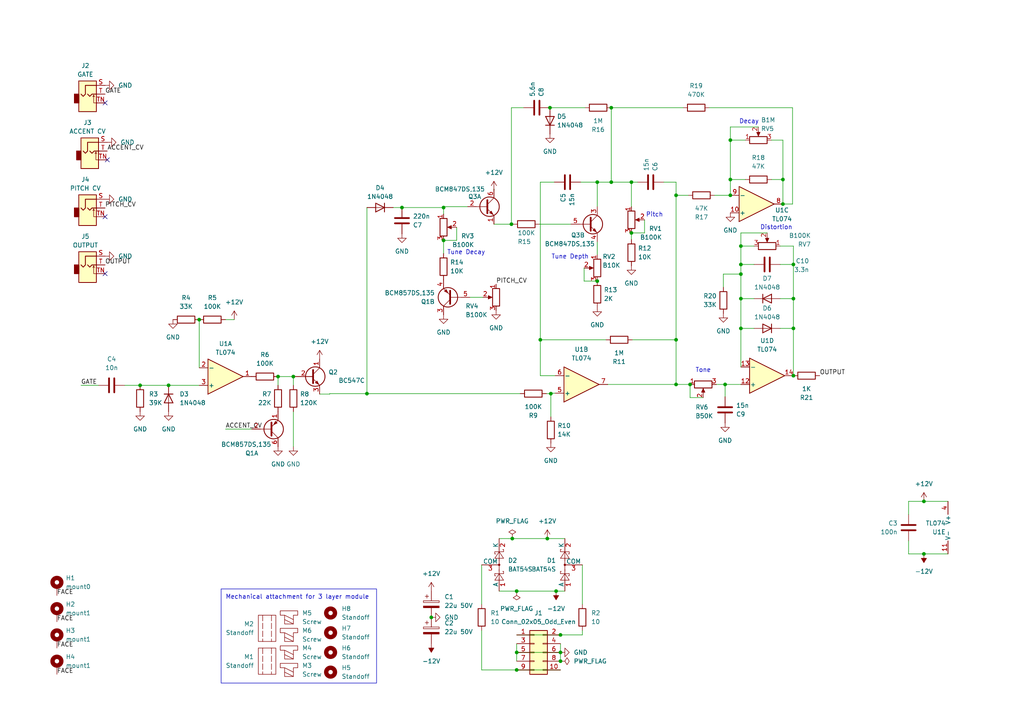
<source format=kicad_sch>
(kicad_sch (version 20230121) (generator eeschema)
  (paper "A4")
  (lib_symbols
    (symbol "Amplifier_Operational:TL074" (pin_names (offset 0.127))
      (property "Reference" "U" (at 0 5.08 0))
      (property "Value" "TL074" (at 0 -5.08 0))
      (symbol "TL074_1_1"
        (polyline (pts (xy -5.08 5.08) (xy 5.08 0) (xy -5.08 -5.08) (xy -5.08 5.08)) (stroke (width 0.254)) (fill (type background)))
        (pin output line (at 7.62 0 180) (length 2.54) (name "~") (number "1"))
        (pin input line (at -7.62 -2.54 0) (length 2.54) (name "-") (number "2"))
        (pin input line (at -7.62 2.54 0) (length 2.54) (name "+") (number "3"))
      )
      (symbol "TL074_2_1"
        (polyline (pts (xy -5.08 5.08) (xy 5.08 0) (xy -5.08 -5.08) (xy -5.08 5.08)) (stroke (width 0.254)) (fill (type background)))
        (pin input line (at -7.62 2.54 0) (length 2.54) (name "+") (number "5"))
        (pin input line (at -7.62 -2.54 0) (length 2.54) (name "-") (number "6"))
        (pin output line (at 7.62 0 180) (length 2.54) (name "~") (number "7"))
      )
      (symbol "TL074_3_1"
        (polyline (pts (xy -5.08 5.08) (xy 5.08 0) (xy -5.08 -5.08) (xy -5.08 5.08)) (stroke (width 0.254)) (fill (type background)))
        (pin input line (at -7.62 2.54 0) (length 2.54) (name "+") (number "10"))
        (pin output line (at 7.62 0 180) (length 2.54) (name "~") (number "8"))
        (pin input line (at -7.62 -2.54 0) (length 2.54) (name "-") (number "9"))
      )
      (symbol "TL074_4_1"
        (polyline (pts (xy -5.08 5.08) (xy 5.08 0) (xy -5.08 -5.08) (xy -5.08 5.08)) (stroke (width 0.254)) (fill (type background)))
        (pin input line (at -7.62 2.54 0) (length 2.54) (name "+") (number "12"))
        (pin input line (at -7.62 -2.54 0) (length 2.54) (name "-") (number "13"))
        (pin output line (at 7.62 0 180) (length 2.54) (name "~") (number "14"))
      )
      (symbol "TL074_5_1"
        (pin power_in line (at -2.54 -7.62 90) (length 3.81) (name "V-") (number "11"))
        (pin power_in line (at -2.54 7.62 270) (length 3.81) (name "V+") (number "4"))
      )
    )
    (symbol "Device:C" (pin_numbers hide) (pin_names (offset 0.254))
      (property "Reference" "C" (at 0.635 2.54 0))
      (property "Value" "C" (at 0.635 -2.54 0))
      (symbol "C_0_1"
        (polyline (pts (xy -2.032 -0.762) (xy 2.032 -0.762)) (stroke (width 0.508)))
        (polyline (pts (xy -2.032 0.762) (xy 2.032 0.762)) (stroke (width 0.508)))
      )
      (symbol "C_1_1"
        (pin passive line (at 0 3.81 270) (length 2.794) (name "~") (number "1"))
        (pin passive line (at 0 -3.81 90) (length 2.794) (name "~") (number "2"))
      )
    )
    (symbol "Device:C_Polarized" (pin_numbers hide) (pin_names (offset 0.254))
      (property "Reference" "C" (at 0.635 2.54 0))
      (property "Value" "C_Polarized" (at 0.635 -2.54 0))
      (symbol "C_Polarized_0_1"
        (rectangle (start -2.286 0.508) (end 2.286 1.016))
        (polyline (pts (xy -1.778 2.286) (xy -0.762 2.286)))
        (polyline (pts (xy -1.27 2.794) (xy -1.27 1.778)))
        (rectangle (start 2.286 -0.508) (end -2.286 -1.016) (fill (type outline)))
      )
      (symbol "C_Polarized_1_1"
        (pin passive line (at 0 3.81 270) (length 2.794) (name "~") (number "1"))
        (pin passive line (at 0 -3.81 90) (length 2.794) (name "~") (number "2"))
      )
    )
    (symbol "Device:D" (pin_numbers hide) (pin_names (offset 1.016) hide)
      (property "Reference" "D" (at 0 2.54 0))
      (property "Value" "D" (at 0 -2.54 0))
      (symbol "D_0_1"
        (polyline (pts (xy -1.27 1.27) (xy -1.27 -1.27)) (stroke (width 0.254)))
        (polyline (pts (xy 1.27 0) (xy -1.27 0)))
        (polyline (pts (xy 1.27 1.27) (xy 1.27 -1.27) (xy -1.27 0) (xy 1.27 1.27)) (stroke (width 0.254)))
      )
      (symbol "D_1_1"
        (pin passive line (at -3.81 0 0) (length 2.54) (name "K") (number "1"))
        (pin passive line (at 3.81 0 180) (length 2.54) (name "A") (number "2"))
      )
    )
    (symbol "Device:Q_Dual_NPN_NPN_E1B1C2E2B2C1" (pin_names (offset 0) hide)
      (property "Reference" "Q" (at 5.08 1.27 0))
      (property "Value" "Q_Dual_NPN_NPN_E1B1C2E2B2C1" (at 5.08 -1.27 0))
      (symbol "Q_Dual_NPN_NPN_E1B1C2E2B2C1_0_1"
        (polyline (pts (xy 0.635 0) (xy -2.54 0)))
        (polyline (pts (xy 0.635 0.635) (xy 2.54 2.54)))
        (polyline (pts (xy 0.635 -0.635) (xy 2.54 -2.54) (xy 2.54 -2.54)))
        (polyline (pts (xy 0.635 1.905) (xy 0.635 -1.905) (xy 0.635 -1.905)) (stroke (width 0.508)))
        (polyline (pts (xy 1.27 -1.778) (xy 1.778 -1.27) (xy 2.286 -2.286) (xy 1.27 -1.778) (xy 1.27 -1.778)) (fill (type outline)))
        (circle (center 1.27 0) (radius 2.8194) (stroke (width 0.254)))
      )
      (symbol "Q_Dual_NPN_NPN_E1B1C2E2B2C1_1_1"
        (pin passive line (at 2.54 -5.08 90) (length 2.54) (name "E1") (number "1"))
        (pin input line (at -5.08 0 0) (length 2.54) (name "B1") (number "2"))
        (pin passive line (at 2.54 5.08 270) (length 2.54) (name "C1") (number "6"))
      )
      (symbol "Q_Dual_NPN_NPN_E1B1C2E2B2C1_2_1"
        (pin passive line (at 2.54 5.08 270) (length 2.54) (name "C2") (number "3"))
        (pin passive line (at 2.54 -5.08 90) (length 2.54) (name "E2") (number "4"))
        (pin input line (at -5.08 0 0) (length 2.54) (name "B2") (number "5"))
      )
    )
    (symbol "Device:Q_Dual_PNP_PNP_E1B1C2E2B2C1" (pin_names (offset 0) hide)
      (property "Reference" "Q" (at 5.08 1.27 0))
      (property "Value" "Q_Dual_PNP_PNP_E1B1C2E2B2C1" (at 5.08 -1.27 0))
      (symbol "Q_Dual_PNP_PNP_E1B1C2E2B2C1_0_1"
        (polyline (pts (xy 0.635 0) (xy -2.54 0)))
        (polyline (pts (xy 0.635 0.635) (xy 2.54 2.54)))
        (polyline (pts (xy 0.635 -0.635) (xy 2.54 -2.54) (xy 2.54 -2.54)))
        (polyline (pts (xy 0.635 1.905) (xy 0.635 -1.905) (xy 0.635 -1.905)) (stroke (width 0.508)))
        (polyline (pts (xy 2.286 -1.778) (xy 1.778 -2.286) (xy 1.27 -1.27) (xy 2.286 -1.778) (xy 2.286 -1.778)) (fill (type outline)))
        (circle (center 1.27 0) (radius 2.8194) (stroke (width 0.254)))
      )
      (symbol "Q_Dual_PNP_PNP_E1B1C2E2B2C1_1_1"
        (pin passive line (at 2.54 -5.08 90) (length 2.54) (name "E1") (number "1"))
        (pin input line (at -5.08 0 0) (length 2.54) (name "B1") (number "2"))
        (pin passive line (at 2.54 5.08 270) (length 2.54) (name "C1") (number "6"))
      )
      (symbol "Q_Dual_PNP_PNP_E1B1C2E2B2C1_2_1"
        (pin passive line (at 2.54 5.08 270) (length 2.54) (name "C2") (number "3"))
        (pin passive line (at 2.54 -5.08 90) (length 2.54) (name "E2") (number "4"))
        (pin input line (at -5.08 0 0) (length 2.54) (name "B2") (number "5"))
      )
    )
    (symbol "Device:Q_NPN_CBE" (pin_names (offset 0) hide)
      (property "Reference" "Q" (at 5.08 1.27 0))
      (property "Value" "Q_NPN_CBE" (at 5.08 -1.27 0))
      (symbol "Q_NPN_CBE_0_1"
        (polyline (pts (xy 0.635 0.635) (xy 2.54 2.54)))
        (polyline (pts (xy 0.635 -0.635) (xy 2.54 -2.54) (xy 2.54 -2.54)))
        (polyline (pts (xy 0.635 1.905) (xy 0.635 -1.905) (xy 0.635 -1.905)) (stroke (width 0.508)))
        (polyline (pts (xy 1.27 -1.778) (xy 1.778 -1.27) (xy 2.286 -2.286) (xy 1.27 -1.778) (xy 1.27 -1.778)) (fill (type outline)))
        (circle (center 1.27 0) (radius 2.8194) (stroke (width 0.254)))
      )
      (symbol "Q_NPN_CBE_1_1"
        (pin passive line (at 2.54 5.08 270) (length 2.54) (name "C") (number "1"))
        (pin input line (at -5.08 0 0) (length 5.715) (name "B") (number "2"))
        (pin passive line (at 2.54 -5.08 90) (length 2.54) (name "E") (number "3"))
      )
    )
    (symbol "Device:R" (pin_numbers hide) (pin_names (offset 0))
      (property "Reference" "R" (at 2.032 0 90))
      (property "Value" "R" (at 0 0 90))
      (symbol "R_0_1"
        (rectangle (start -1.016 -2.54) (end 1.016 2.54) (stroke (width 0.254)))
      )
      (symbol "R_1_1"
        (pin passive line (at 0 3.81 270) (length 1.27) (name "~") (number "1"))
        (pin passive line (at 0 -3.81 90) (length 1.27) (name "~") (number "2"))
      )
    )
    (symbol "Device:R_Potentiometer" (pin_names (offset 1.016) hide)
      (property "Reference" "RV" (at -4.445 0 90))
      (property "Value" "R_Potentiometer" (at -2.54 0 90))
      (symbol "R_Potentiometer_0_1"
        (polyline (pts (xy 2.54 0) (xy 1.524 0)))
        (polyline (pts (xy 1.143 0) (xy 2.286 0.508) (xy 2.286 -0.508) (xy 1.143 0)) (fill (type outline)))
        (rectangle (start 1.016 2.54) (end -1.016 -2.54) (stroke (width 0.254)))
      )
      (symbol "R_Potentiometer_1_1"
        (pin passive line (at 0 3.81 270) (length 1.27) (name "1") (number "1"))
        (pin passive line (at 3.81 0 180) (length 1.27) (name "2") (number "2"))
        (pin passive line (at 0 -3.81 90) (length 1.27) (name "3") (number "3"))
      )
    )
    (symbol "Eurorack:AudioJack2_SwitchT"
      (property "Reference" "J" (at 0 8.89 0))
      (property "Value" "AudioJack2_SwitchT" (at 0 6.35 0))
      (symbol "AudioJack2_SwitchT_0_1"
        (rectangle (start -2.54 0) (end -3.81 -2.54) (stroke (width 0.254)) (fill (type outline)))
        (rectangle (start -2.54 3.81) (end 2.54 -5.08) (stroke (width 0.254)) (fill (type background)))
        (polyline (pts (xy 1.778 -0.254) (xy 2.032 -0.762)))
        (polyline (pts (xy 0 0) (xy 0.635 -0.635) (xy 1.27 0) (xy 2.54 0)) (stroke (width 0.254)))
        (polyline (pts (xy 2.54 -2.54) (xy 1.778 -2.54) (xy 1.778 -0.254) (xy 1.524 -0.762)))
        (polyline (pts (xy 2.54 2.54) (xy -0.635 2.54) (xy -0.635 0) (xy -1.27 -0.635) (xy -1.905 0)) (stroke (width 0.254)))
      )
      (symbol "AudioJack2_SwitchT_1_1"
        (pin passive line (at 5.08 2.54 180) (length 2.54) (name "~") (number "S"))
        (pin passive line (at 5.08 0 180) (length 2.54) (name "~") (number "T"))
        (pin passive line (at 5.08 -2.54 180) (length 2.54) (name "~") (number "TN"))
      )
    )
    (symbol "Eurorack:BAT54S" (pin_names (offset 0))
      (property "Reference" "D" (at 2.54 -5.08 0))
      (property "Value" "BAT54S" (at -6.35 3.175 0))
      (symbol "BAT54S_0_1"
        (polyline (pts (xy -3.81 0) (xy -1.27 0)))
        (polyline (pts (xy -3.175 -1.27) (xy -3.175 -1.016)))
        (polyline (pts (xy -2.54 -1.27) (xy -3.175 -1.27)))
        (polyline (pts (xy -2.54 -1.27) (xy -2.54 1.27)))
        (polyline (pts (xy -2.54 1.27) (xy -1.905 1.27)))
        (polyline (pts (xy -1.905 0) (xy 1.905 0)))
        (polyline (pts (xy -1.905 1.27) (xy -1.905 1.016)))
        (polyline (pts (xy 1.27 0) (xy 3.81 0)))
        (polyline (pts (xy 3.175 -1.27) (xy 3.175 -1.016)))
        (polyline (pts (xy 3.81 -1.27) (xy 3.175 -1.27)))
        (polyline (pts (xy 3.81 -1.27) (xy 3.81 1.27)))
        (polyline (pts (xy 3.81 1.27) (xy 4.445 1.27)))
        (polyline (pts (xy 4.445 1.27) (xy 4.445 1.016)))
        (polyline (pts (xy -4.445 1.27) (xy -4.445 -1.27) (xy -2.54 0) (xy -4.445 1.27)))
        (polyline (pts (xy 1.905 1.27) (xy 1.905 -1.27) (xy 3.81 0) (xy 1.905 1.27)))
        (circle (center 0 0) (radius 0.254) (fill (type outline)))
      )
      (symbol "BAT54S_1_1"
        (pin passive line (at -7.62 0 0) (length 3.81) (name "A") (number "1"))
        (pin passive line (at 7.62 0 180) (length 3.81) (name "K") (number "2"))
        (pin passive line (at 0 -5.08 90) (length 5.08) (name "COM") (number "3"))
      )
    )
    (symbol "Eurorack:Conn_02x05_Odd_Even" (pin_names (offset 1.016) hide)
      (property "Reference" "J" (at 1.27 7.62 0))
      (property "Value" "Conn_02x05_Odd_Even" (at 1.27 -7.62 0))
      (symbol "Conn_02x05_Odd_Even_1_1"
        (rectangle (start -1.27 -4.953) (end 0 -5.207) (stroke (width 0.1524)))
        (rectangle (start -1.27 -2.413) (end 0 -2.667) (stroke (width 0.1524)))
        (rectangle (start -1.27 0.127) (end 0 -0.127) (stroke (width 0.1524)))
        (rectangle (start -1.27 2.667) (end 0 2.413) (stroke (width 0.1524)))
        (rectangle (start -1.27 5.207) (end 0 4.953) (stroke (width 0.1524)))
        (rectangle (start -1.27 6.35) (end 3.81 -6.35) (stroke (width 0.254)) (fill (type background)))
        (rectangle (start 3.81 -4.953) (end 2.54 -5.207) (stroke (width 0.1524)))
        (rectangle (start 3.81 -2.413) (end 2.54 -2.667) (stroke (width 0.1524)))
        (rectangle (start 3.81 0.127) (end 2.54 -0.127) (stroke (width 0.1524)))
        (rectangle (start 3.81 2.667) (end 2.54 2.413) (stroke (width 0.1524)))
        (rectangle (start 3.81 5.207) (end 2.54 4.953) (stroke (width 0.1524)))
        (pin passive line (at -5.08 5.08 0) (length 3.81) (name "Pin_1") (number "1"))
        (pin passive line (at 7.62 -5.08 180) (length 3.81) (name "Pin_10") (number "10"))
        (pin passive line (at 7.62 5.08 180) (length 3.81) (name "Pin_2") (number "2"))
        (pin passive line (at -5.08 2.54 0) (length 3.81) (name "Pin_3") (number "3"))
        (pin passive line (at 7.62 2.54 180) (length 3.81) (name "Pin_4") (number "4"))
        (pin passive line (at -5.08 0 0) (length 3.81) (name "Pin_5") (number "5"))
        (pin passive line (at 7.62 0 180) (length 3.81) (name "Pin_6") (number "6"))
        (pin passive line (at -5.08 -2.54 0) (length 3.81) (name "Pin_7") (number "7"))
        (pin passive line (at 7.62 -2.54 180) (length 3.81) (name "Pin_8") (number "8"))
        (pin passive line (at -5.08 -5.08 0) (length 3.81) (name "Pin_9") (number "9"))
      )
    )
    (symbol "Eurorack:MountingHole_Pad_Output" (pin_numbers hide) (pin_names (offset 1.016) hide) (in_bom no)
      (property "Reference" "H" (at 0 6.35 0))
      (property "Value" "MountingHole_Pad_Output" (at 0 4.445 0))
      (symbol "MountingHole_Pad_Output_0_1"
        (circle (center 0 1.27) (radius 1.27) (stroke (width 1.27)))
      )
      (symbol "MountingHole_Pad_Output_1_1"
        (pin output line (at 0 -2.54 90) (length 2.54) (name "1") (number "1"))
      )
    )
    (symbol "Eurorack:Screw"
      (property "Reference" "M" (at 0 5.08 0))
      (property "Value" "Screw" (at 0 2.54 0))
      (symbol "Screw_0_1"
        (polyline (pts (xy -1.27 -1.27) (xy 1.27 -2.54)))
        (polyline (pts (xy -1.27 0) (xy 1.27 -1.27)))
        (polyline (pts (xy 0 1.27) (xy 2.54 1.27) (xy 2.54 0) (xy 1.27 0) (xy 1.27 -2.54) (xy -1.27 -2.54) (xy -1.27 0) (xy -2.54 0) (xy -2.54 1.27) (xy 0 1.27)))
      )
    )
    (symbol "Eurorack:Standoff" (on_board no)
      (property "Reference" "M" (at 0 -7.62 0))
      (property "Value" "Standoff" (at 0 -5.08 0))
      (symbol "Standoff_0_1"
        (rectangle (start -2.54 3.81) (end 2.54 -3.81))
      )
      (symbol "Standoff_1_1"
        (polyline (pts (xy -1.27 3.81) (xy -1.27 -3.81)) (stroke (width 0) (type dash)))
        (polyline (pts (xy 1.27 3.81) (xy 1.27 -3.81)) (stroke (width 0) (type dash)))
      )
    )
    (symbol "Mechanical:MountingHole" (pin_names (offset 1.016))
      (property "Reference" "H" (at 0 5.08 0))
      (property "Value" "MountingHole" (at 0 3.175 0))
      (symbol "MountingHole_0_1"
        (circle (center 0 0) (radius 1.27) (stroke (width 1.27)))
      )
    )
    (symbol "Mechanical:MountingHole_Pad" (pin_numbers hide) (pin_names (offset 1.016) hide)
      (property "Reference" "H" (at 0 6.35 0))
      (property "Value" "MountingHole_Pad" (at 0 4.445 0))
      (symbol "MountingHole_Pad_0_1"
        (circle (center 0 1.27) (radius 1.27) (stroke (width 1.27)))
      )
      (symbol "MountingHole_Pad_1_1"
        (pin input line (at 0 -2.54 90) (length 2.54) (name "1") (number "1"))
      )
    )
    (symbol "power:+12V" (power) (pin_names (offset 0))
      (property "Value" "+12V" (at 0 3.556 0))
      (symbol "+12V_0_1"
        (polyline (pts (xy -0.762 1.27) (xy 0 2.54)))
        (polyline (pts (xy 0 0) (xy 0 2.54)))
        (polyline (pts (xy 0 2.54) (xy 0.762 1.27)))
      )
      (symbol "+12V_1_1"
        (pin power_in line (at 0 0 90) (length 0) hide (name "+12V") (number "1"))
      )
    )
    (symbol "power:-12V" (power) (pin_names (offset 0))
      (property "Value" "-12V" (at 0 3.81 0))
      (symbol "-12V_0_0"
        (pin power_in line (at 0 0 90) (length 0) hide (name "-12V") (number "1"))
      )
      (symbol "-12V_0_1"
        (polyline (pts (xy 0 0) (xy 0 1.27) (xy 0.762 1.27) (xy 0 2.54) (xy -0.762 1.27) (xy 0 1.27)) (fill (type outline)))
      )
    )
    (symbol "power:GND" (power) (pin_names (offset 0))
      (property "Value" "GND" (at 0 -3.81 0))
      (symbol "GND_0_1"
        (polyline (pts (xy 0 0) (xy 0 -1.27) (xy 1.27 -1.27) (xy 0 -2.54) (xy -1.27 -1.27) (xy 0 -1.27)))
      )
      (symbol "GND_1_1"
        (pin power_in line (at 0 0 270) (length 0) hide (name "GND") (number "1"))
      )
    )
    (symbol "power:PWR_FLAG" (power) (pin_numbers hide) (pin_names (offset 0) hide)
      (property "Value" "PWR_FLAG" (at 0 3.81 0))
      (symbol "PWR_FLAG_0_0"
        (pin power_out line (at 0 0 90) (length 0) (name "pwr") (number "1"))
      )
      (symbol "PWR_FLAG_0_1"
        (polyline (pts (xy 0 0) (xy 0 1.27) (xy -1.016 1.905) (xy 0 2.54) (xy 1.016 1.905) (xy 0 1.27)))
      )
    )
  )
  (junction (at 214.884 95.25))
  (junction (at 149.86 171.45))
  (junction (at 159.766 114.173))
  (junction (at 230.124 76.708))
  (junction (at 177.292 52.832))
  (junction (at 267.97 160.655))
  (junction (at 211.836 56.642))
  (junction (at 148.336 65.024))
  (junction (at 227.076 52.07))
  (junction (at 128.651 60.198))
  (junction (at 173.228 81.534))
  (junction (at 149.86 194.31))
  (junction (at 148.59 156.21))
  (junction (at 159.512 31.242))
  (junction (at 230.124 86.614))
  (junction (at 196.088 56.642))
  (junction (at 214.884 71.374))
  (junction (at 80.645 109.22))
  (junction (at 214.884 76.708))
  (junction (at 162.56 191.77))
  (junction (at 149.86 189.23))
  (junction (at 161.29 171.45))
  (junction (at 125.095 179.07))
  (junction (at 214.884 86.614))
  (junction (at 183.134 67.564))
  (junction (at 227.076 59.182))
  (junction (at 48.895 111.76))
  (junction (at 196.088 111.506))
  (junction (at 177.292 31.242))
  (junction (at 267.97 145.415))
  (junction (at 196.088 98.552))
  (junction (at 128.651 69.723))
  (junction (at 116.586 60.198))
  (junction (at 211.836 52.07))
  (junction (at 230.124 108.966))
  (junction (at 211.836 40.64))
  (junction (at 214.884 79.502))
  (junction (at 200.152 111.506))
  (junction (at 158.75 156.21))
  (junction (at 57.785 92.71))
  (junction (at 173.228 52.832))
  (junction (at 85.09 109.22))
  (junction (at 230.124 95.25))
  (junction (at 156.718 98.552))
  (junction (at 162.56 184.15))
  (junction (at 183.134 52.832))
  (junction (at 106.426 114.173))
  (junction (at 210.312 111.506))
  (junction (at 40.64 111.76))
  (junction (at 162.56 189.23))
  (no_connect (at 30.48 29.845))
  (no_connect (at 30.48 79.375))
  (no_connect (at 30.48 62.865))
  (no_connect (at 31.115 46.355))
  (wire (pts (xy 114.046 60.198) (xy 116.586 60.198)))
  (wire (pts (xy 156.718 98.552) (xy 175.768 98.552)))
  (wire (pts (xy 144.78 156.21) (xy 148.59 156.21)))
  (wire (pts (xy 223.774 52.07) (xy 227.076 52.07)))
  (wire (pts (xy 67.945 92.71) (xy 65.405 92.71)))
  (wire (pts (xy 85.09 129.54) (xy 85.09 119.38)))
  (wire (pts (xy 168.402 52.832) (xy 173.228 52.832)))
  (wire (pts (xy 196.088 52.832) (xy 196.088 56.642)))
  (wire (pts (xy 183.134 69.469) (xy 183.134 67.564)))
  (wire (pts (xy 173.228 70.104) (xy 173.228 73.914)))
  (wire (pts (xy 156.718 52.832) (xy 156.718 98.552)))
  (wire (pts (xy 148.59 156.21) (xy 158.75 156.21)))
  (wire (pts (xy 177.292 52.832) (xy 183.134 52.832)))
  (wire (pts (xy 227.076 40.64) (xy 227.076 52.07)))
  (wire (pts (xy 40.64 111.76) (xy 48.895 111.76)))
  (wire (pts (xy 168.91 184.15) (xy 168.91 182.88)))
  (wire (pts (xy 149.86 189.23) (xy 162.56 189.23)))
  (wire (pts (xy 106.426 60.198) (xy 106.426 114.173)))
  (wire (pts (xy 173.228 52.832) (xy 177.292 52.832)))
  (wire (pts (xy 128.651 59.944) (xy 128.651 60.198)))
  (wire (pts (xy 143.256 65.024) (xy 148.336 65.024)))
  (wire (pts (xy 211.836 40.64) (xy 211.836 36.83)))
  (wire (pts (xy 144.78 171.45) (xy 149.86 171.45)))
  (wire (pts (xy 214.884 86.614) (xy 218.694 86.614)))
  (wire (pts (xy 211.836 52.07) (xy 216.154 52.07)))
  (wire (pts (xy 214.884 86.614) (xy 214.884 79.502)))
  (wire (pts (xy 156.464 65.024) (xy 165.608 65.024)))
  (wire (pts (xy 226.314 71.374) (xy 230.124 71.374)))
  (wire (pts (xy 196.088 56.642) (xy 196.088 98.552)))
  (wire (pts (xy 169.418 81.534) (xy 169.418 77.724)))
  (wire (pts (xy 149.86 186.69) (xy 149.86 189.23)))
  (wire (pts (xy 156.718 52.832) (xy 160.782 52.832)))
  (wire (pts (xy 263.525 145.415) (xy 263.525 149.225)))
  (wire (pts (xy 226.314 95.25) (xy 230.124 95.25)))
  (wire (pts (xy 158.496 114.173) (xy 159.766 114.173)))
  (wire (pts (xy 214.884 106.426) (xy 214.884 95.25)))
  (wire (pts (xy 177.292 31.242) (xy 177.292 52.832)))
  (wire (pts (xy 156.718 108.966) (xy 161.036 108.966)))
  (wire (pts (xy 183.134 52.832) (xy 183.134 59.944)))
  (wire (pts (xy 216.154 40.64) (xy 211.836 40.64)))
  (wire (pts (xy 176.276 111.506) (xy 196.088 111.506)))
  (wire (pts (xy 196.088 98.552) (xy 196.088 111.506)))
  (wire (pts (xy 65.405 124.46) (xy 73.025 124.46)))
  (wire (pts (xy 80.645 111.76) (xy 80.645 109.22)))
  (wire (pts (xy 199.644 56.642) (xy 196.088 56.642)))
  (wire (pts (xy 219.964 36.83) (xy 211.836 36.83)))
  (wire (pts (xy 159.766 114.173) (xy 159.766 120.904)))
  (wire (pts (xy 214.884 71.374) (xy 218.694 71.374)))
  (wire (pts (xy 263.525 160.655) (xy 267.97 160.655)))
  (wire (pts (xy 198.12 31.242) (xy 177.292 31.242)))
  (wire (pts (xy 95.631 114.173) (xy 106.426 114.173)))
  (wire (pts (xy 116.586 60.198) (xy 128.651 60.198)))
  (wire (pts (xy 214.884 71.374) (xy 214.884 76.708)))
  (wire (pts (xy 267.97 160.655) (xy 274.955 160.655)))
  (wire (pts (xy 183.134 67.564) (xy 186.944 67.564)))
  (wire (pts (xy 148.336 65.024) (xy 148.844 65.024)))
  (wire (pts (xy 267.97 145.415) (xy 263.525 145.415)))
  (wire (pts (xy 223.774 40.64) (xy 227.076 40.64)))
  (wire (pts (xy 263.525 156.845) (xy 263.525 160.655)))
  (wire (pts (xy 148.336 31.242) (xy 148.336 65.024)))
  (wire (pts (xy 173.228 81.534) (xy 169.418 81.534)))
  (wire (pts (xy 230.124 95.25) (xy 230.124 108.966)))
  (wire (pts (xy 210.312 115.062) (xy 210.312 111.506)))
  (wire (pts (xy 85.09 109.22) (xy 80.645 109.22)))
  (wire (pts (xy 162.56 189.23) (xy 162.56 191.77)))
  (wire (pts (xy 23.495 111.76) (xy 28.575 111.76)))
  (wire (pts (xy 209.804 79.502) (xy 214.884 79.502)))
  (wire (pts (xy 227.076 52.07) (xy 227.076 59.182)))
  (wire (pts (xy 149.86 184.15) (xy 162.56 184.15)))
  (wire (pts (xy 159.766 114.046) (xy 161.036 114.046)))
  (wire (pts (xy 186.944 67.564) (xy 186.944 63.754)))
  (wire (pts (xy 132.461 69.723) (xy 128.651 69.723)))
  (wire (pts (xy 85.09 111.76) (xy 85.09 109.22)))
  (wire (pts (xy 230.124 86.614) (xy 230.124 95.25)))
  (wire (pts (xy 95.631 114.3) (xy 92.71 114.3)))
  (wire (pts (xy 149.86 171.45) (xy 161.29 171.45)))
  (wire (pts (xy 183.388 98.552) (xy 196.088 98.552)))
  (wire (pts (xy 230.124 71.374) (xy 230.124 76.708)))
  (wire (pts (xy 226.314 76.708) (xy 230.124 76.708)))
  (wire (pts (xy 230.124 76.708) (xy 230.124 86.614)))
  (wire (pts (xy 140.081 86.233) (xy 136.271 86.233)))
  (wire (pts (xy 196.088 111.506) (xy 200.152 111.506)))
  (wire (pts (xy 162.56 186.69) (xy 162.56 189.23)))
  (wire (pts (xy 161.29 171.45) (xy 163.83 171.45)))
  (wire (pts (xy 222.504 67.564) (xy 214.884 67.564)))
  (wire (pts (xy 214.884 95.25) (xy 214.884 86.614)))
  (wire (pts (xy 229.87 31.242) (xy 229.87 59.182)))
  (wire (pts (xy 207.772 111.506) (xy 210.312 111.506)))
  (wire (pts (xy 192.532 52.832) (xy 196.088 52.832)))
  (wire (pts (xy 214.884 76.708) (xy 218.694 76.708)))
  (wire (pts (xy 207.264 56.642) (xy 211.836 56.642)))
  (wire (pts (xy 139.7 194.31) (xy 139.7 182.88)))
  (wire (pts (xy 229.87 59.182) (xy 227.076 59.182)))
  (wire (pts (xy 211.836 52.07) (xy 211.836 56.642)))
  (wire (pts (xy 209.804 83.312) (xy 209.804 79.502)))
  (wire (pts (xy 95.631 114.173) (xy 95.631 114.3)))
  (wire (pts (xy 162.56 184.15) (xy 168.91 184.15)))
  (wire (pts (xy 36.195 111.76) (xy 40.64 111.76)))
  (wire (pts (xy 149.86 194.31) (xy 139.7 194.31)))
  (wire (pts (xy 132.461 65.913) (xy 132.461 69.723)))
  (wire (pts (xy 128.651 62.103) (xy 128.651 60.198)))
  (wire (pts (xy 139.7 163.83) (xy 139.7 175.26)))
  (wire (pts (xy 211.836 40.64) (xy 211.836 52.07)))
  (wire (pts (xy 203.962 115.316) (xy 200.152 115.316)))
  (wire (pts (xy 143.256 54.864) (xy 143.256 55.118)))
  (wire (pts (xy 128.651 73.533) (xy 128.651 69.723)))
  (wire (pts (xy 159.766 114.046) (xy 159.766 114.173)))
  (wire (pts (xy 214.884 76.708) (xy 214.884 79.502)))
  (wire (pts (xy 173.228 52.832) (xy 173.228 59.944)))
  (wire (pts (xy 106.426 114.173) (xy 150.876 114.173)))
  (wire (pts (xy 159.512 31.242) (xy 169.672 31.242)))
  (wire (pts (xy 205.74 31.242) (xy 229.87 31.242)))
  (wire (pts (xy 210.312 111.506) (xy 214.884 111.506)))
  (wire (pts (xy 162.56 194.31) (xy 149.86 194.31)))
  (wire (pts (xy 151.892 31.242) (xy 148.336 31.242)))
  (wire (pts (xy 156.718 98.552) (xy 156.718 108.966)))
  (wire (pts (xy 200.152 115.316) (xy 200.152 111.506)))
  (wire (pts (xy 183.134 52.832) (xy 184.912 52.832)))
  (wire (pts (xy 149.86 189.23) (xy 149.86 191.77)))
  (wire (pts (xy 168.91 163.83) (xy 168.91 175.26)))
  (wire (pts (xy 158.75 156.21) (xy 163.83 156.21)))
  (wire (pts (xy 226.314 86.614) (xy 230.124 86.614)))
  (wire (pts (xy 57.785 92.71) (xy 57.785 106.68)))
  (wire (pts (xy 128.651 59.944) (xy 135.636 59.944)))
  (wire (pts (xy 214.884 95.25) (xy 218.694 95.25)))
  (wire (pts (xy 214.884 67.564) (xy 214.884 71.374)))
  (wire (pts (xy 274.955 145.415) (xy 267.97 145.415)))
  (wire (pts (xy 48.895 111.76) (xy 57.785 111.76)))
  (rectangle (start 64.135 170.815) (end 109.22 198.12))
  (text "Tune Decay" (at 129.667 74.041 0) (effects (font (size 1.27 1.27)) (justify left bottom)))
  (text "Tune Depth" (at 159.893 75.311 0) (effects (font (size 1.27 1.27)) (justify left bottom)))
  (text "Distortion" (at 220.472 66.802 0) (effects (font (size 1.27 1.27)) (justify left bottom)))
  (text "Mechanical attachment for 3 layer module" (at 65.405 173.99 0) (effects (font (size 1.27 1.27)) (justify left bottom)))
  (text "Pitch" (at 187.325 63.119 0) (effects (font (size 1.27 1.27)) (justify left bottom)))
  (text "Tone" (at 201.676 108.204 0) (effects (font (size 1.27 1.27)) (justify left bottom)))
  (text "Decay" (at 214.376 36.068 0) (effects (font (size 1.27 1.27)) (justify left bottom)))
  (label "GATE" (at 23.495 111.76 0))
  (label "FACE" (at 16.51 195.58 0))
  (label "ACCENT_CV" (at 31.115 43.815 0))
  (label "ACCENT_CV" (at 65.405 124.46 0))
  (label "FACE" (at 16.51 172.72 0))
  (label "FACE" (at 16.51 187.96 0))
  (label "PITCH_CV" (at 30.48 60.325 0))
  (label "OUTPUT" (at 30.48 76.835 0))
  (label "OUTPUT" (at 237.744 108.966 0))
  (label "PITCH_CV" (at 143.891 82.423 0))
  (label "GATE" (at 30.48 27.305 0))
  (label "FACE" (at 16.51 180.34 0))
  (symbol (lib_id "power:-12V") (at 161.29 171.45 180) (unit 1)
    (property "Reference" "#PWR05" (effects hide))
    (property "Value" "-12V" (at 161.29 176.53 0))
  )
  (symbol (lib_id "Device:R") (at 209.804 87.122 0) (unit 1)
    (property "Reference" "R20" (at 207.899 85.852 0) (effects (justify right)))
    (property "Value" "33K" (at 207.899 88.392 0) (effects (justify right)))
  )
  (symbol (lib_id "Device:R") (at 183.134 73.279 0) (mirror y) (unit 1)
    (property "Reference" "R12" (at 185.039 72.009 0) (effects (justify right)))
    (property "Value" "10K" (at 185.039 74.549 0) (effects (justify right)))
  )
  (symbol (lib_id "Eurorack:AudioJack2_SwitchT") (at 25.4 76.835 0) (unit 1)
    (property "Reference" "J5" (at 24.765 68.58 0))
    (property "Value" "OUTPUT" (at 24.765 71.12 0))
    (property "Vendor" "Tayda" (effects hide))
    (property "PartNum" "A-2566" (effects hide))
  )
  (symbol (lib_id "Device:D") (at 222.504 95.25 180) (unit 1)
    (property "Reference" "D6" (at 222.504 89.408 0))
    (property "Value" "1N4048" (at 222.504 91.948 0))
    (property "Sim.Device" "D" (effects hide))
    (property "Sim.Pins" "1=K 2=A" (effects hide))
  )
  (symbol (lib_id "Device:R") (at 159.766 124.714 0) (mirror y) (unit 1)
    (property "Reference" "R10" (at 161.671 123.444 0) (effects (justify right)))
    (property "Value" "14K" (at 161.671 125.984 0) (effects (justify right)))
  )
  (symbol (lib_id "Device:R") (at 80.645 115.57 0) (unit 1)
    (property "Reference" "R7" (at 78.74 114.3 0) (effects (justify right)))
    (property "Value" "22K" (at 78.74 116.84 0) (effects (justify right)))
  )
  (symbol (lib_id "Eurorack:Screw") (at 83.82 188.595 0) (unit 1) (on_board no)
    (property "Reference" "M4" (at 87.63 187.96 0) (effects (justify left)))
    (property "Value" "Screw" (at 87.63 190.5 0) (effects (justify left)))
    (property "Footprint" "Eurorack:Screw_M2.5x0.45-6mm" (effects hide))
    (property "Vendor" "Digikey" (effects hide))
    (property "PartNum" "36-29301-ND" (effects hide))
  )
  (symbol (lib_id "power:GND") (at 159.766 128.524 0) (unit 1)
    (property "Reference" "#PWR020" (effects hide))
    (property "Value" "GND" (at 159.766 133.604 0))
  )
  (symbol (lib_id "Device:C") (at 188.722 52.832 270) (unit 1)
    (property "Reference" "C6" (at 189.992 49.657 0) (effects (justify right)))
    (property "Value" "15n" (at 187.452 49.657 0) (effects (justify right)))
  )
  (symbol (lib_id "power:GND") (at 128.651 91.313 0) (unit 1)
    (property "Reference" "#PWR024" (effects hide))
    (property "Value" "GND" (at 128.651 96.393 0))
  )
  (symbol (lib_id "power:GND") (at 50.165 92.71 0) (unit 1)
    (property "Reference" "#PWR013" (effects hide))
    (property "Value" "GND" (at 50.165 97.79 0))
  )
  (symbol (lib_id "Device:R") (at 154.686 114.173 90) (mirror x) (unit 1)
    (property "Reference" "R9" (at 154.686 120.523 90))
    (property "Value" "100K" (at 154.686 117.983 90))
  )
  (symbol (lib_id "Device:R") (at 173.482 31.242 90) (mirror x) (unit 1)
    (property "Reference" "R16" (at 173.482 37.592 90))
    (property "Value" "1M" (at 173.482 35.052 90))
  )
  (symbol (lib_id "power:GND") (at 48.895 119.38 0) (unit 1)
    (property "Reference" "#PWR016" (effects hide))
    (property "Value" "GND" (at 48.895 124.46 0))
  )
  (symbol (lib_id "Device:R_Potentiometer") (at 219.964 40.64 90) (unit 1)
    (property "Reference" "RV5" (at 220.726 37.338 90) (effects (justify right)))
    (property "Value" "B1M" (at 220.726 34.798 90) (effects (justify right)))
  )
  (symbol (lib_id "power:GND") (at 31.115 41.275 90) (unit 1)
    (property "Reference" "#PWR010" (effects hide))
    (property "Value" "GND" (at 34.925 41.275 90) (effects (justify right)))
  )
  (symbol (lib_id "Device:R") (at 40.64 115.57 0) (unit 1)
    (property "Reference" "R3" (at 43.18 114.3 0) (effects (justify left)))
    (property "Value" "39K" (at 43.18 116.84 0) (effects (justify left)))
  )
  (symbol (lib_id "power:GND") (at 85.09 129.54 0) (unit 1)
    (property "Reference" "#PWR017" (effects hide))
    (property "Value" "GND" (at 85.09 134.62 0))
  )
  (symbol (lib_id "Device:C") (at 116.586 64.008 180) (unit 1)
    (property "Reference" "C7" (at 119.761 65.278 0) (effects (justify right)))
    (property "Value" "220n" (at 119.761 62.738 0) (effects (justify right)))
  )
  (symbol (lib_id "power:GND") (at 30.48 57.785 90) (unit 1)
    (property "Reference" "#PWR011" (effects hide))
    (property "Value" "GND" (at 34.29 57.785 90) (effects (justify right)))
  )
  (symbol (lib_id "Amplifier_Operational:TL074") (at 219.456 59.182 0) (mirror x) (unit 3)
    (property "Reference" "U1" (at 226.822 60.96 0))
    (property "Value" "TL074" (at 226.822 63.5 0))
    (property "Datasheet" "http://www.ti.com/lit/ds/symlink/tl071.pdf" (effects hide))
  )
  (symbol (lib_id "Device:C") (at 155.702 31.242 270) (unit 1)
    (property "Reference" "C8" (at 156.972 28.067 0) (effects (justify right)))
    (property "Value" "5.6n" (at 154.432 28.067 0) (effects (justify right)))
  )
  (symbol (lib_id "power:GND") (at 210.312 122.682 0) (unit 1)
    (property "Reference" "#PWR029" (effects hide))
    (property "Value" "GND" (at 210.312 127.762 0))
  )
  (symbol (lib_id "power:GND") (at 40.64 119.38 0) (unit 1)
    (property "Reference" "#PWR015" (effects hide))
    (property "Value" "GND" (at 40.64 124.46 0))
  )
  (symbol (lib_id "power:GND") (at 183.134 77.089 0) (unit 1)
    (property "Reference" "#PWR021" (effects hide))
    (property "Value" "GND" (at 183.134 82.169 0))
  )
  (symbol (lib_id "Device:D") (at 159.512 35.052 90) (unit 1)
    (property "Reference" "D5" (at 161.544 33.782 90) (effects (justify right)))
    (property "Value" "1N4048" (at 161.544 36.322 90) (effects (justify right)))
    (property "Sim.Device" "D" (effects hide))
    (property "Sim.Pins" "1=K 2=A" (effects hide))
  )
  (symbol (lib_id "Mechanical:MountingHole") (at 95.885 194.945 0) (unit 1) (in_bom no)
    (property "Reference" "H5" (at 99.06 193.675 0) (effects (justify left)))
    (property "Value" "Standoff" (at 99.06 196.215 0) (effects (justify left)))
    (property "Footprint" "MountingHole:MountingHole_2.7mm_M2.5" (effects hide))
  )
  (symbol (lib_id "power:GND") (at 211.836 61.722 0) (unit 1)
    (property "Reference" "#PWR028" (effects hide))
    (property "Value" "GND" (at 211.836 66.802 0))
  )
  (symbol (lib_id "Device:R") (at 128.651 77.343 0) (mirror y) (unit 1)
    (property "Reference" "R14" (at 130.556 76.073 0) (effects (justify right)))
    (property "Value" "10K" (at 130.556 78.613 0) (effects (justify right)))
  )
  (symbol (lib_id "Device:R") (at 53.975 92.71 90) (unit 1)
    (property "Reference" "R4" (at 53.975 86.36 90))
    (property "Value" "33K" (at 53.975 88.9 90))
  )
  (symbol (lib_id "Device:C") (at 210.312 118.872 180) (unit 1)
    (property "Reference" "C9" (at 213.487 120.142 0) (effects (justify right)))
    (property "Value" "15n" (at 213.487 117.602 0) (effects (justify right)))
  )
  (symbol (lib_id "Device:Q_Dual_NPN_NPN_E1B1C2E2B2C1") (at 170.688 65.024 0) (unit 2)
    (property "Reference" "Q3" (at 165.608 68.199 0) (effects (justify left)))
    (property "Value" "BCM847DS,135" (at 157.988 70.739 0) (effects (justify left)))
  )
  (symbol (lib_id "Eurorack:MountingHole_Pad_Output") (at 16.51 170.18 0) (unit 1) (in_bom no)
    (property "Reference" "H1" (at 19.05 167.64 0) (effects (justify left)))
    (property "Value" "mount0" (at 19.05 170.18 0) (effects (justify left)))
    (property "Footprint" "Eurorack:Mech-MountingHole" (effects hide))
  )
  (symbol (lib_id "power:+12V") (at 67.945 92.71 0) (unit 1)
    (property "Reference" "#PWR014" (effects hide))
    (property "Value" "+12V" (at 67.945 87.63 0))
  )
  (symbol (lib_id "Device:R") (at 201.93 31.242 90) (unit 1)
    (property "Reference" "R19" (at 201.93 24.892 90))
    (property "Value" "470K" (at 201.93 27.432 90))
  )
  (symbol (lib_id "Eurorack:BAT54S") (at 163.83 163.83 90) (unit 1)
    (property "Reference" "D1" (at 161.29 162.56 90) (effects (justify left)))
    (property "Value" "BAT54S" (at 161.29 165.1 90) (effects (justify left)))
    (property "Footprint" "Package_TO_SOT_SMD:SOT-23" (effects hide))
    (property "Datasheet" "https://www.diodes.com/assets/Datasheets/ds11005.pdf" (effects hide))
    (property "Vendor" "Mouser" (effects hide))
    (property "PartNum" "863-BAT54SLT1G" (effects hide))
  )
  (symbol (lib_id "Device:R") (at 85.09 115.57 0) (mirror y) (unit 1)
    (property "Reference" "R8" (at 86.995 114.3 0) (effects (justify right)))
    (property "Value" "120K" (at 86.995 116.84 0) (effects (justify right)))
  )
  (symbol (lib_id "Eurorack:Standoff") (at 77.47 191.77 0) (unit 1) (on_board no)
    (property "Reference" "M1" (at 73.66 190.5 0) (effects (justify right)))
    (property "Value" "Standoff" (at 73.66 193.04 0) (effects (justify right)))
    (property "Footprint" "Eurorack:Standoff_M2.5x0.45-11mm" (effects hide))
    (property "Vendor" "Digikey" (effects hide))
    (property "PartNum" "732-10549-ND" (effects hide))
  )
  (symbol (lib_id "Device:C") (at 263.525 153.035 0) (unit 1)
    (property "Reference" "C3" (at 260.35 151.765 0) (effects (justify right)))
    (property "Value" "100n" (at 260.35 154.305 0) (effects (justify right)))
  )
  (symbol (lib_id "Eurorack:AudioJack2_SwitchT") (at 25.4 60.325 0) (unit 1)
    (property "Reference" "J4" (at 24.765 52.07 0))
    (property "Value" "PITCH CV" (at 24.765 54.61 0))
    (property "Vendor" "Tayda" (effects hide))
    (property "PartNum" "A-2566" (effects hide))
  )
  (symbol (lib_id "Device:R") (at 168.91 179.07 0) (unit 1)
    (property "Reference" "R2" (at 171.45 177.8 0) (effects (justify left)))
    (property "Value" "10" (at 171.45 180.34 0) (effects (justify left)))
    (property "Footprint" "Resistor_SMD:R_0805_2012Metric" (effects hide))
  )
  (symbol (lib_id "Eurorack:Screw") (at 83.82 193.675 0) (unit 1) (on_board no)
    (property "Reference" "M3" (at 87.63 193.04 0) (effects (justify left)))
    (property "Value" "Screw" (at 87.63 195.58 0) (effects (justify left)))
    (property "Footprint" "Eurorack:Screw_M2.5x0.45-6mm" (effects hide))
    (property "Vendor" "Digikey" (effects hide))
    (property "PartNum" "36-29301-ND" (effects hide))
  )
  (symbol (lib_id "Device:D") (at 48.895 115.57 270) (unit 1)
    (property "Reference" "D3" (at 52.07 114.3 90) (effects (justify left)))
    (property "Value" "1N4048" (at 52.07 116.84 90) (effects (justify left)))
    (property "Sim.Device" "D" (effects hide))
    (property "Sim.Pins" "1=K 2=A" (effects hide))
  )
  (symbol (lib_id "Eurorack:AudioJack2_SwitchT") (at 26.035 43.815 0) (unit 1)
    (property "Reference" "J3" (at 25.4 35.56 0))
    (property "Value" "ACCENT CV" (at 25.4 38.1 0))
    (property "Vendor" "Tayda" (effects hide))
    (property "PartNum" "A-2566" (effects hide))
  )
  (symbol (lib_id "Eurorack:BAT54S") (at 144.78 163.83 270) (mirror x) (unit 1)
    (property "Reference" "D2" (at 147.32 162.56 90) (effects (justify left)))
    (property "Value" "BAT54S" (at 147.32 165.1 90) (effects (justify left)))
    (property "Footprint" "Package_TO_SOT_SMD:SOT-23" (effects hide))
    (property "Datasheet" "https://www.diodes.com/assets/Datasheets/ds11005.pdf" (effects hide))
    (property "Vendor" "Mouser" (effects hide))
    (property "PartNum" "863-BAT54SLT1G" (effects hide))
  )
  (symbol (lib_id "Mechanical:MountingHole_Pad") (at 16.51 185.42 0) (unit 1) (in_bom no)
    (property "Reference" "H3" (at 19.05 182.88 0) (effects (justify left)))
    (property "Value" "mount1" (at 19.05 185.42 0) (effects (justify left)))
    (property "Footprint" "Eurorack:Mech-MountingHole" (effects hide))
  )
  (symbol (lib_id "Eurorack:AudioJack2_SwitchT") (at 25.4 27.305 0) (unit 1)
    (property "Reference" "J2" (at 24.765 19.05 0))
    (property "Value" "GATE" (at 24.765 21.59 0))
    (property "Vendor" "Tayda" (effects hide))
    (property "PartNum" "A-2566" (effects hide))
  )
  (symbol (lib_id "power:PWR_FLAG") (at 148.59 156.21 0) (unit 1)
    (property "Reference" "#FLG03" (effects hide))
    (property "Value" "PWR_FLAG" (at 148.59 151.13 0))
  )
  (symbol (lib_id "Device:R") (at 76.835 109.22 90) (unit 1)
    (property "Reference" "R6" (at 76.835 102.87 90))
    (property "Value" "100K" (at 76.835 105.41 90))
  )
  (symbol (lib_id "power:PWR_FLAG") (at 162.56 191.77 270) (unit 1)
    (property "Reference" "#FLG01" (effects hide))
    (property "Value" "PWR_FLAG" (at 166.37 191.77 90) (effects (justify left)))
  )
  (symbol (lib_id "power:GND") (at 30.48 24.765 90) (unit 1)
    (property "Reference" "#PWR09" (effects hide))
    (property "Value" "GND" (at 34.29 24.765 90) (effects (justify right)))
  )
  (symbol (lib_id "Device:R_Potentiometer") (at 143.891 86.233 0) (mirror y) (unit 1)
    (property "Reference" "RV4" (at 135.001 88.773 0) (effects (justify right)))
    (property "Value" "B100K" (at 135.001 91.313 0) (effects (justify right)))
  )
  (symbol (lib_id "power:GND") (at 116.586 67.818 0) (unit 1)
    (property "Reference" "#PWR025" (effects hide))
    (property "Value" "GND" (at 116.586 72.898 0))
  )
  (symbol (lib_id "Mechanical:MountingHole") (at 95.885 183.515 0) (unit 1) (in_bom no)
    (property "Reference" "H7" (at 99.06 182.245 0) (effects (justify left)))
    (property "Value" "Standoff" (at 99.06 184.785 0) (effects (justify left)))
    (property "Footprint" "MountingHole:MountingHole_2.7mm_M2.5" (effects hide))
  )
  (symbol (lib_id "power:+12V") (at 92.71 104.14 0) (unit 1)
    (property "Reference" "#PWR019" (effects hide))
    (property "Value" "+12V" (at 92.71 99.06 0))
  )
  (symbol (lib_id "Device:C") (at 222.504 76.708 270) (unit 1)
    (property "Reference" "C10" (at 234.696 75.692 90) (effects (justify right)))
    (property "Value" "3.3n" (at 234.696 78.232 90) (effects (justify right)))
  )
  (symbol (lib_id "power:GND") (at 125.095 179.07 90) (unit 1)
    (property "Reference" "#PWR02" (effects hide))
    (property "Value" "GND" (at 128.905 179.07 90) (effects (justify right)))
  )
  (symbol (lib_id "power:GND") (at 80.645 129.54 0) (unit 1)
    (property "Reference" "#PWR018" (effects hide))
    (property "Value" "GND" (at 80.645 134.62 0))
  )
  (symbol (lib_id "Device:R") (at 61.595 92.71 90) (unit 1)
    (property "Reference" "R5" (at 61.595 86.36 90))
    (property "Value" "100K" (at 61.595 88.9 90))
  )
  (symbol (lib_id "Device:C") (at 164.592 52.832 90) (unit 1)
    (property "Reference" "C5" (at 163.322 56.007 0) (effects (justify right)))
    (property "Value" "15n" (at 165.862 56.007 0) (effects (justify right)))
  )
  (symbol (lib_id "Device:D") (at 110.236 60.198 180) (unit 1)
    (property "Reference" "D4" (at 110.236 54.483 0))
    (property "Value" "1N4048" (at 110.236 57.023 0))
    (property "Sim.Device" "D" (effects hide))
    (property "Sim.Pins" "1=K 2=A" (effects hide))
  )
  (symbol (lib_id "Device:Q_Dual_NPN_NPN_E1B1C2E2B2C1") (at 140.716 59.944 0) (unit 1)
    (property "Reference" "Q3" (at 135.763 57.023 0) (effects (justify left)))
    (property "Value" "BCM847DS,135" (at 126.111 54.864 0) (effects (justify left)))
  )
  (symbol (lib_id "power:PWR_FLAG") (at 149.86 171.45 180) (unit 1)
    (property "Reference" "#FLG02" (effects hide))
    (property "Value" "PWR_FLAG" (at 149.86 176.53 0))
  )
  (symbol (lib_id "Mechanical:MountingHole_Pad") (at 16.51 193.04 0) (unit 1) (in_bom no)
    (property "Reference" "H4" (at 19.05 190.5 0) (effects (justify left)))
    (property "Value" "mount1" (at 19.05 193.04 0) (effects (justify left)))
    (property "Footprint" "Eurorack:Mech-MountingHole" (effects hide))
  )
  (symbol (lib_id "Device:C_Polarized") (at 125.095 182.88 0) (unit 1)
    (property "Reference" "C2" (at 128.905 180.721 0) (effects (justify left)))
    (property "Value" "22u 50V" (at 128.905 183.261 0) (effects (justify left)))
    (property "Footprint" "Capacitor_THT:CP_Radial_D5.0mm_P2.50mm" (effects hide))
  )
  (symbol (lib_id "Eurorack:Conn_02x05_Odd_Even") (at 154.94 189.23 0) (unit 1)
    (property "Reference" "J1" (at 156.21 177.8 0))
    (property "Value" "Conn_02x05_Odd_Even" (at 156.21 180.34 0))
    (property "Footprint" "Eurorack:PinHeader_2x05_P2.54mm_Vertical" (effects hide))
    (property "Vendor" "Tayda" (effects hide))
    (property "PartNum" "A-2939" (effects hide))
  )
  (symbol (lib_id "Device:R") (at 233.934 108.966 90) (mirror x) (unit 1)
    (property "Reference" "R21" (at 233.934 115.316 90))
    (property "Value" "1K" (at 233.934 112.776 90))
  )
  (symbol (lib_id "Device:Q_Dual_PNP_PNP_E1B1C2E2B2C1") (at 131.191 86.233 180) (unit 2)
    (property "Reference" "Q1" (at 126.111 87.503 0) (effects (justify left)))
    (property "Value" "BCM857DS,135" (at 126.111 84.963 0) (effects (justify left)))
  )
  (symbol (lib_id "Mechanical:MountingHole_Pad") (at 16.51 177.8 0) (unit 1) (in_bom no)
    (property "Reference" "H2" (at 19.05 175.26 0) (effects (justify left)))
    (property "Value" "mount1" (at 19.05 177.8 0) (effects (justify left)))
    (property "Footprint" "Eurorack:Mech-MountingHole" (effects hide))
  )
  (symbol (lib_id "power:GND") (at 173.228 89.154 0) (unit 1)
    (property "Reference" "#PWR022" (effects hide))
    (property "Value" "GND" (at 173.228 94.234 0))
  )
  (symbol (lib_id "power:GND") (at 143.891 90.043 0) (unit 1)
    (property "Reference" "#PWR026" (effects hide))
    (property "Value" "GND" (at 143.891 95.123 0))
  )
  (symbol (lib_id "power:-12V") (at 125.095 186.69 180) (unit 1)
    (property "Reference" "#PWR06" (effects hide))
    (property "Value" "-12V" (at 125.095 191.77 0))
  )
  (symbol (lib_id "Device:R") (at 173.228 85.344 0) (mirror y) (unit 1)
    (property "Reference" "R13" (at 175.133 84.074 0) (effects (justify right)))
    (property "Value" "2K" (at 175.133 86.614 0) (effects (justify right)))
  )
  (symbol (lib_id "Device:C_Polarized") (at 125.095 175.26 0) (unit 1)
    (property "Reference" "C1" (at 128.905 173.101 0) (effects (justify left)))
    (property "Value" "22u 50V" (at 128.905 175.641 0) (effects (justify left)))
    (property "Footprint" "Capacitor_THT:CP_Radial_D5.0mm_P2.50mm" (effects hide))
  )
  (symbol (lib_id "Device:R_Potentiometer") (at 128.651 65.913 0) (unit 1)
    (property "Reference" "RV3" (at 137.541 68.453 0) (effects (justify right)))
    (property "Value" "B100K" (at 137.541 70.993 0) (effects (justify right)))
  )
  (symbol (lib_id "Device:D") (at 222.504 86.614 0) (unit 1)
    (property "Reference" "D7" (at 222.504 80.772 0))
    (property "Value" "1N4048" (at 222.504 83.312 0))
    (property "Sim.Device" "D" (effects hide))
    (property "Sim.Pins" "1=K 2=A" (effects hide))
  )
  (symbol (lib_id "Device:C") (at 32.385 111.76 90) (unit 1)
    (property "Reference" "C4" (at 32.385 104.14 90))
    (property "Value" "10n" (at 32.385 106.68 90))
  )
  (symbol (lib_id "power:-12V") (at 267.97 160.655 180) (unit 1)
    (property "Reference" "#PWR07" (effects hide))
    (property "Value" "-12V" (at 267.97 165.735 0))
  )
  (symbol (lib_id "Device:Q_NPN_CBE") (at 90.17 109.22 0) (unit 1)
    (property "Reference" "Q2" (at 95.25 107.95 0) (effects (justify left)))
    (property "Value" "BC547C" (at 98.171 110.363 0) (effects (justify left)))
  )
  (symbol (lib_id "power:GND") (at 209.804 90.932 0) (unit 1)
    (property "Reference" "#PWR030" (effects hide))
    (property "Value" "GND" (at 209.804 96.012 0))
  )
  (symbol (lib_id "Amplifier_Operational:TL074") (at 222.504 108.966 0) (mirror x) (unit 4)
    (property "Reference" "U1" (at 222.504 98.806 0))
    (property "Value" "TL074" (at 222.504 101.346 0))
    (property "Datasheet" "http://www.ti.com/lit/ds/symlink/tl071.pdf" (effects hide))
  )
  (symbol (lib_id "Device:R") (at 139.7 179.07 0) (unit 1)
    (property "Reference" "R1" (at 142.24 177.8 0) (effects (justify left)))
    (property "Value" "10" (at 142.24 180.34 0) (effects (justify left)))
    (property "Footprint" "Resistor_SMD:R_0805_2012Metric" (effects hide))
  )
  (symbol (lib_id "Eurorack:Screw") (at 83.82 183.515 0) (unit 1) (on_board no)
    (property "Reference" "M6" (at 87.63 182.88 0) (effects (justify left)))
    (property "Value" "Screw" (at 87.63 185.42 0) (effects (justify left)))
    (property "Footprint" "Eurorack:Screw_M2.5x0.45-6mm" (effects hide))
    (property "Vendor" "Digikey" (effects hide))
    (property "PartNum" "36-29301-ND" (effects hide))
  )
  (symbol (lib_id "Device:R_Potentiometer") (at 173.228 77.724 0) (mirror y) (unit 1)
    (property "Reference" "RV2" (at 174.752 74.422 0) (effects (justify right)))
    (property "Value" "B10K" (at 174.752 76.962 0) (effects (justify right)))
  )
  (symbol (lib_id "Amplifier_Operational:TL074") (at 168.656 111.506 0) (mirror x) (unit 2)
    (property "Reference" "U1" (at 168.656 101.346 0))
    (property "Value" "TL074" (at 168.656 103.886 0))
    (property "Datasheet" "http://www.ti.com/lit/ds/symlink/tl071.pdf" (effects hide))
  )
  (symbol (lib_id "Device:R_Potentiometer") (at 183.134 63.754 0) (unit 1)
    (property "Reference" "RV1" (at 192.024 66.294 0) (effects (justify right)))
    (property "Value" "B100K" (at 192.024 68.834 0) (effects (justify right)))
  )
  (symbol (lib_id "Eurorack:Screw") (at 83.82 178.435 0) (unit 1) (on_board no)
    (property "Reference" "M5" (at 87.63 177.8 0) (effects (justify left)))
    (property "Value" "Screw" (at 87.63 180.34 0) (effects (justify left)))
    (property "Footprint" "Eurorack:Screw_M2.5x0.45-6mm" (effects hide))
    (property "Vendor" "Digikey" (effects hide))
    (property "PartNum" "36-29301-ND" (effects hide))
  )
  (symbol (lib_id "Device:R") (at 152.654 65.024 90) (mirror x) (unit 1)
    (property "Reference" "R15" (at 150.114 70.104 90) (effects (justify right)))
    (property "Value" "100K" (at 150.114 67.564 90) (effects (justify right)))
  )
  (symbol (lib_id "Amplifier_Operational:TL074") (at 65.405 109.22 0) (mirror x) (unit 1)
    (property "Reference" "U1" (at 65.405 99.695 0))
    (property "Value" "TL074" (at 65.405 102.235 0))
    (property "Datasheet" "http://www.ti.com/lit/ds/symlink/tl071.pdf" (effects hide))
  )
  (symbol (lib_id "power:GND") (at 159.512 38.862 0) (unit 1)
    (property "Reference" "#PWR027" (effects hide))
    (property "Value" "GND" (at 159.512 43.942 0))
  )
  (symbol (lib_id "Mechanical:MountingHole") (at 95.885 177.8 0) (unit 1) (in_bom no)
    (property "Reference" "H8" (at 99.06 176.53 0) (effects (justify left)))
    (property "Value" "Standoff" (at 99.06 179.07 0) (effects (justify left)))
    (property "Footprint" "MountingHole:MountingHole_2.7mm_M2.5" (effects hide))
  )
  (symbol (lib_id "power:GND") (at 162.56 189.23 90) (unit 1)
    (property "Reference" "#PWR01" (effects hide))
    (property "Value" "GND" (at 166.37 189.23 90) (effects (justify right)))
  )
  (symbol (lib_id "power:+12V") (at 125.095 171.45 0) (unit 1)
    (property "Reference" "#PWR04" (effects hide))
    (property "Value" "+12V" (at 125.095 166.37 0))
  )
  (symbol (lib_id "Device:Q_Dual_PNP_PNP_E1B1C2E2B2C1") (at 78.105 124.46 0) (mirror x) (unit 1)
    (property "Reference" "Q1" (at 71.12 131.445 0) (effects (justify left)))
    (property "Value" "BCM857DS,135" (at 64.135 128.905 0) (effects (justify left)))
  )
  (symbol (lib_id "Eurorack:Standoff") (at 77.47 182.245 0) (unit 1) (on_board no)
    (property "Reference" "M2" (at 73.66 180.975 0) (effects (justify right)))
    (property "Value" "Standoff" (at 73.66 183.515 0) (effects (justify right)))
    (property "Footprint" "Eurorack:Standoff_M2.5x0.45-11mm" (effects hide))
    (property "Vendor" "Digikey" (effects hide))
    (property "PartNum" "732-10549-ND" (effects hide))
  )
  (symbol (lib_id "Mechanical:MountingHole") (at 95.885 189.23 0) (unit 1) (in_bom no)
    (property "Reference" "H6" (at 99.06 187.96 0) (effects (justify left)))
    (property "Value" "Standoff" (at 99.06 190.5 0) (effects (justify left)))
    (property "Footprint" "MountingHole:MountingHole_2.7mm_M2.5" (effects hide))
  )
  (symbol (lib_id "power:+12V") (at 143.256 55.118 0) (unit 1)
    (property "Reference" "#PWR023" (effects hide))
    (property "Value" "+12V" (at 143.256 50.038 0))
  )
  (symbol (lib_id "power:GND") (at 30.48 74.295 90) (unit 1)
    (property "Reference" "#PWR012" (effects hide))
    (property "Value" "GND" (at 34.29 74.295 90) (effects (justify right)))
  )
  (symbol (lib_id "Amplifier_Operational:TL074") (at 277.495 153.035 0) (unit 5)
    (property "Reference" "U1" (at 274.32 154.305 0) (effects (justify right)))
    (property "Value" "TL074" (at 274.32 151.765 0) (effects (justify right)))
    (property "Datasheet" "http://www.ti.com/lit/ds/symlink/tl071.pdf" (effects hide))
  )
  (symbol (lib_id "Device:R_Potentiometer") (at 222.504 71.374 270) (mirror x) (unit 1)
    (property "Reference" "RV7" (at 235.204 70.866 90) (effects (justify right)))
    (property "Value" "B100K" (at 235.204 68.326 90) (effects (justify right)))
  )
  (symbol (lib_id "Device:R") (at 203.454 56.642 90) (mirror x) (unit 1)
    (property "Reference" "R17" (at 203.454 62.992 90))
    (property "Value" "47K" (at 203.454 60.452 90))
  )
  (symbol (lib_id "Device:R") (at 219.964 52.07 90) (unit 1)
    (property "Reference" "R18" (at 219.964 45.72 90))
    (property "Value" "47K" (at 219.964 48.26 90))
  )
  (symbol (lib_id "power:+12V") (at 267.97 145.415 0) (unit 1)
    (property "Reference" "#PWR08" (effects hide))
    (property "Value" "+12V" (at 267.97 140.335 0))
  )
  (symbol (lib_id "Device:R_Potentiometer") (at 203.962 111.506 90) (mirror x) (unit 1)
    (property "Reference" "RV6" (at 201.676 118.11 90) (effects (justify right)))
    (property "Value" "B50K" (at 201.676 120.65 90) (effects (justify right)))
  )
  (symbol (lib_id "power:+12V") (at 158.75 156.21 0) (unit 1)
    (property "Reference" "#PWR03" (effects hide))
    (property "Value" "+12V" (at 158.75 151.13 0))
  )
  (symbol (lib_id "Device:R") (at 179.578 98.552 90) (mirror x) (unit 1)
    (property "Reference" "R11" (at 179.578 104.902 90))
    (property "Value" "1M" (at 179.578 102.362 90))
  )
)
</source>
